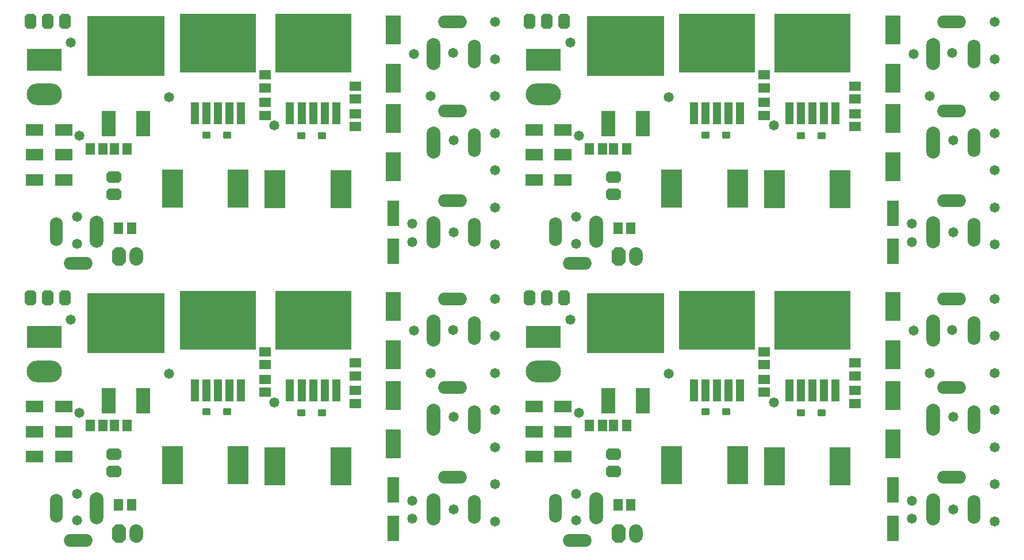
<source format=gbr>
%TF.GenerationSoftware,Altium Limited,Altium Designer,23.1.1 (15)*%
G04 Layer_Color=8388736*
%FSLAX45Y45*%
%MOMM*%
%TF.SameCoordinates,4CCFFED5-D059-4900-A68D-9618ACEA1AB5*%
%TF.FilePolarity,Negative*%
%TF.FileFunction,Soldermask,Top*%
%TF.Part,CustomerPanel*%
G01*
G75*
%TA.AperFunction,ConnectorPad*%
%ADD18R,11.43000X8.89000*%
%ADD19R,2.08000X3.81000*%
%TA.AperFunction,SMDPad,CuDef*%
%ADD44R,2.53320X1.76320*%
%ADD45R,1.65240X1.45240*%
G04:AMPARAMS|DCode=46|XSize=1.2032mm|YSize=1.0032mm|CornerRadius=0.2016mm|HoleSize=0mm|Usage=FLASHONLY|Rotation=180.000|XOffset=0mm|YOffset=0mm|HoleType=Round|Shape=RoundedRectangle|*
%AMROUNDEDRECTD46*
21,1,1.20320,0.60000,0,0,180.0*
21,1,0.80000,1.00320,0,0,180.0*
1,1,0.40320,-0.40000,0.30000*
1,1,0.40320,0.40000,0.30000*
1,1,0.40320,0.40000,-0.30000*
1,1,0.40320,-0.40000,-0.30000*
%
%ADD46ROUNDEDRECTD46*%
%ADD47R,1.45240X1.65240*%
%ADD48R,1.22319X3.28602*%
%ADD49R,11.20318X8.70318*%
%ADD50R,3.10320X5.60320*%
%ADD51R,2.20320X4.20320*%
%ADD52R,1.80320X3.70320*%
%TA.AperFunction,ComponentPad*%
%ADD53O,4.20319X1.90320*%
%ADD54O,2.00320X4.70319*%
%ADD55O,1.90320X4.20319*%
%ADD56O,2.00320X2.70320*%
G04:AMPARAMS|DCode=57|XSize=2.0032mm|YSize=2.7032mm|CornerRadius=0mm|HoleSize=0mm|Usage=FLASHONLY|Rotation=180.000|XOffset=0mm|YOffset=0mm|HoleType=Round|Shape=Octagon|*
%AMOCTAGOND57*
4,1,8,0.50080,-1.35160,-0.50080,-1.35160,-1.00160,-0.85080,-1.00160,0.85080,-0.50080,1.35160,0.50080,1.35160,1.00160,0.85080,1.00160,-0.85080,0.50080,-1.35160,0.0*
%
%ADD57OCTAGOND57*%

G04:AMPARAMS|DCode=58|XSize=2.2352mm|YSize=1.7272mm|CornerRadius=0mm|HoleSize=0mm|Usage=FLASHONLY|Rotation=90.000|XOffset=0mm|YOffset=0mm|HoleType=Round|Shape=Octagon|*
%AMOCTAGOND58*
4,1,8,0.43180,1.11760,-0.43180,1.11760,-0.86360,0.68580,-0.86360,-0.68580,-0.43180,-1.11760,0.43180,-1.11760,0.86360,-0.68580,0.86360,0.68580,0.43180,1.11760,0.0*
%
%ADD58OCTAGOND58*%

G04:AMPARAMS|DCode=59|XSize=2.2352mm|YSize=1.7272mm|CornerRadius=0mm|HoleSize=0mm|Usage=FLASHONLY|Rotation=180.000|XOffset=0mm|YOffset=0mm|HoleType=Round|Shape=Octagon|*
%AMOCTAGOND59*
4,1,8,-1.11760,0.43180,-1.11760,-0.43180,-0.68580,-0.86360,0.68580,-0.86360,1.11760,-0.43180,1.11760,0.43180,0.68580,0.86360,-0.68580,0.86360,-1.11760,0.43180,0.0*
%
%ADD59OCTAGOND59*%

%ADD60R,5.20320X3.20320*%
%ADD61O,5.20320X3.20320*%
%TA.AperFunction,ViaPad*%
%ADD62C,1.47320*%
D18*
X4368800Y7467600D02*
D03*
X11722100D02*
D03*
X4368800Y11544300D02*
D03*
X11722100D02*
D03*
D19*
X4622800Y6324600D02*
D03*
X4114800D02*
D03*
X11976100D02*
D03*
X11468100D02*
D03*
X4622800Y10401300D02*
D03*
X4114800D02*
D03*
X11976100D02*
D03*
X11468100D02*
D03*
D44*
X3024500Y6235700D02*
D03*
X3452500D02*
D03*
X3024500Y5499100D02*
D03*
X3452500D02*
D03*
X3024500Y5867400D02*
D03*
X3452500D02*
D03*
X10377800Y6235700D02*
D03*
X10805800D02*
D03*
X10377800Y5499100D02*
D03*
X10805800D02*
D03*
X10377800Y5867400D02*
D03*
X10805800D02*
D03*
X3024500Y10312400D02*
D03*
X3452500D02*
D03*
X3024500Y9575800D02*
D03*
X3452500D02*
D03*
X3024500Y9944100D02*
D03*
X3452500D02*
D03*
X10377800Y10312400D02*
D03*
X10805800D02*
D03*
X10377800Y9575800D02*
D03*
X10805800D02*
D03*
X10377800Y9944100D02*
D03*
X10805800D02*
D03*
D45*
X7746992Y6876808D02*
D03*
Y6686808D02*
D03*
X6413492Y7041908D02*
D03*
Y6851908D02*
D03*
Y6445492D02*
D03*
Y6635492D02*
D03*
X7746992Y6280392D02*
D03*
Y6470392D02*
D03*
X15100291Y6876808D02*
D03*
Y6686808D02*
D03*
X13766792Y7041908D02*
D03*
Y6851908D02*
D03*
Y6445492D02*
D03*
Y6635492D02*
D03*
X15100291Y6280392D02*
D03*
Y6470392D02*
D03*
X7746992Y10953508D02*
D03*
Y10763508D02*
D03*
X6413492Y11118608D02*
D03*
Y10928608D02*
D03*
Y10522192D02*
D03*
Y10712192D02*
D03*
X7746992Y10357092D02*
D03*
Y10547092D02*
D03*
X15100291Y10953508D02*
D03*
Y10763508D02*
D03*
X13766792Y11118608D02*
D03*
Y10928608D02*
D03*
Y10522192D02*
D03*
Y10712192D02*
D03*
X15100291Y10357092D02*
D03*
Y10547092D02*
D03*
D46*
X5549900Y6159500D02*
D03*
X5854700D02*
D03*
X6953701Y6146800D02*
D03*
X7258501D02*
D03*
X12903200Y6159500D02*
D03*
X13208000D02*
D03*
X14307001Y6146800D02*
D03*
X14611801D02*
D03*
X5549900Y10236200D02*
D03*
X5854700D02*
D03*
X6953701Y10223500D02*
D03*
X7258501D02*
D03*
X12903200Y10236200D02*
D03*
X13208000D02*
D03*
X14307001Y10223500D02*
D03*
X14611801D02*
D03*
D47*
X4451108Y4787908D02*
D03*
X4261108D02*
D03*
X4032008Y5956308D02*
D03*
X3842008D02*
D03*
X4197608D02*
D03*
X4387608D02*
D03*
X11804408Y4787908D02*
D03*
X11614408D02*
D03*
X11385308Y5956308D02*
D03*
X11195308D02*
D03*
X11550908D02*
D03*
X11740908D02*
D03*
X4451108Y8864608D02*
D03*
X4261108D02*
D03*
X4032008Y10033008D02*
D03*
X3842008D02*
D03*
X4197608D02*
D03*
X4387608D02*
D03*
X11804408Y8864608D02*
D03*
X11614408D02*
D03*
X11385308Y10033008D02*
D03*
X11195308D02*
D03*
X11550908D02*
D03*
X11740908D02*
D03*
D48*
X6784701Y6477319D02*
D03*
X6954700D02*
D03*
X7124700D02*
D03*
X7294700D02*
D03*
X7464699D02*
D03*
X5380900D02*
D03*
X5550899D02*
D03*
X5720899D02*
D03*
X5890899D02*
D03*
X6060898D02*
D03*
X14138000D02*
D03*
X14308000D02*
D03*
X14478000D02*
D03*
X14648000D02*
D03*
X14817999D02*
D03*
X12734200D02*
D03*
X12904199D02*
D03*
X13074199D02*
D03*
X13244199D02*
D03*
X13414198D02*
D03*
X6784701Y10554019D02*
D03*
X6954700D02*
D03*
X7124700D02*
D03*
X7294700D02*
D03*
X7464699D02*
D03*
X5380900D02*
D03*
X5550899D02*
D03*
X5720899D02*
D03*
X5890899D02*
D03*
X6060898D02*
D03*
X14138000D02*
D03*
X14308000D02*
D03*
X14478000D02*
D03*
X14648000D02*
D03*
X14817999D02*
D03*
X12734200D02*
D03*
X12904199D02*
D03*
X13074199D02*
D03*
X13244199D02*
D03*
X13414198D02*
D03*
D49*
X7124700Y7509301D02*
D03*
X5720899D02*
D03*
X14478000D02*
D03*
X13074199D02*
D03*
X7124700Y11586001D02*
D03*
X5720899D02*
D03*
X14478000D02*
D03*
X13074199D02*
D03*
D50*
X7533500Y5359400D02*
D03*
X6563500D02*
D03*
X5049800Y5372100D02*
D03*
X6019800D02*
D03*
X14886800Y5359400D02*
D03*
X13916800D02*
D03*
X12403100Y5372100D02*
D03*
X13373100D02*
D03*
X7533500Y9436100D02*
D03*
X6563500D02*
D03*
X5049800Y9448800D02*
D03*
X6019800D02*
D03*
X14886800Y9436100D02*
D03*
X13916800D02*
D03*
X12403100Y9448800D02*
D03*
X13373100D02*
D03*
D51*
X8305800Y6399797D02*
D03*
Y5689797D02*
D03*
Y7707897D02*
D03*
Y6997897D02*
D03*
X15659100Y6399797D02*
D03*
Y5689797D02*
D03*
Y7707897D02*
D03*
Y6997897D02*
D03*
X8305800Y10476497D02*
D03*
Y9766497D02*
D03*
Y11784597D02*
D03*
Y11074597D02*
D03*
X15659100Y10476497D02*
D03*
Y9766497D02*
D03*
Y11784597D02*
D03*
Y11074597D02*
D03*
D52*
X8305800Y5004400D02*
D03*
Y4444400D02*
D03*
X15659100Y5004400D02*
D03*
Y4444400D02*
D03*
X8305800Y9081100D02*
D03*
Y8521100D02*
D03*
X15659100Y9081100D02*
D03*
Y8521100D02*
D03*
D53*
X9174599Y7822897D02*
D03*
Y5193997D02*
D03*
Y6514797D02*
D03*
X3665101Y4267103D02*
D03*
X16527899Y7822897D02*
D03*
Y5193997D02*
D03*
Y6514797D02*
D03*
X11018401Y4267103D02*
D03*
X9174599Y11899597D02*
D03*
Y9270697D02*
D03*
Y10591497D02*
D03*
X3665101Y8343803D02*
D03*
X16527899Y11899597D02*
D03*
Y9270697D02*
D03*
Y10591497D02*
D03*
X11018401Y8343803D02*
D03*
D54*
X8899601Y7352897D02*
D03*
Y4723997D02*
D03*
Y6044797D02*
D03*
X3940099Y4737103D02*
D03*
X16252901Y7352897D02*
D03*
Y4723997D02*
D03*
Y6044797D02*
D03*
X11293399Y4737103D02*
D03*
X8899601Y11429597D02*
D03*
Y8800697D02*
D03*
Y10121497D02*
D03*
X3940099Y8813803D02*
D03*
X16252901Y11429597D02*
D03*
Y8800697D02*
D03*
Y10121497D02*
D03*
X11293399Y8813803D02*
D03*
D55*
X9499600Y7352900D02*
D03*
Y4724000D02*
D03*
Y6044800D02*
D03*
X3340100Y4737100D02*
D03*
X16852901Y7352900D02*
D03*
Y4724000D02*
D03*
Y6044800D02*
D03*
X10693400Y4737100D02*
D03*
X9499600Y11429600D02*
D03*
Y8800700D02*
D03*
Y10121500D02*
D03*
X3340100Y8813800D02*
D03*
X16852901Y11429600D02*
D03*
Y8800700D02*
D03*
Y10121500D02*
D03*
X10693400Y8813800D02*
D03*
D56*
X4521200Y4368800D02*
D03*
X11874500D02*
D03*
X4521200Y8445500D02*
D03*
X11874500D02*
D03*
D57*
X4267200Y4368800D02*
D03*
X11620500D02*
D03*
X4267200Y8445500D02*
D03*
X11620500D02*
D03*
D58*
X3467100Y7835900D02*
D03*
X2959100D02*
D03*
X3213100D02*
D03*
X10820400D02*
D03*
X10312400D02*
D03*
X10566400D02*
D03*
X3467100Y11912600D02*
D03*
X2959100D02*
D03*
X3213100D02*
D03*
X10820400D02*
D03*
X10312400D02*
D03*
X10566400D02*
D03*
D59*
X4191000Y5537200D02*
D03*
Y5283200D02*
D03*
X11544300Y5537200D02*
D03*
Y5283200D02*
D03*
X4191000Y9613900D02*
D03*
Y9359900D02*
D03*
X11544300Y9613900D02*
D03*
Y9359900D02*
D03*
D60*
X3162300Y7264400D02*
D03*
X10515600D02*
D03*
X3162300Y11341100D02*
D03*
X10515600D02*
D03*
D61*
X3162300Y6756400D02*
D03*
X10515600D02*
D03*
X3162300Y10833100D02*
D03*
X10515600D02*
D03*
D62*
X8610600Y7353300D02*
D03*
X9182100Y7366000D02*
D03*
X9194800Y6083300D02*
D03*
Y4724400D02*
D03*
X3556000Y7518400D02*
D03*
X3644900Y4559300D02*
D03*
Y4953000D02*
D03*
X4673600Y7442200D02*
D03*
X4051300Y7454900D02*
D03*
X6045200Y7493000D02*
D03*
X5435600Y7505700D02*
D03*
X7378700Y7556500D02*
D03*
X6870700Y7569200D02*
D03*
X9804400Y4546600D02*
D03*
Y5092700D02*
D03*
Y5638800D02*
D03*
Y6184900D02*
D03*
Y6731000D02*
D03*
Y7277100D02*
D03*
Y7823200D02*
D03*
X8585200Y4584700D02*
D03*
Y4851400D02*
D03*
X5003800Y6718300D02*
D03*
X3683000Y6146800D02*
D03*
X8851900Y6731000D02*
D03*
X6553200Y6299200D02*
D03*
X15963901Y7353300D02*
D03*
X16535400Y7366000D02*
D03*
X16548100Y6083300D02*
D03*
Y4724400D02*
D03*
X10909300Y7518400D02*
D03*
X10998200Y4559300D02*
D03*
Y4953000D02*
D03*
X12026900Y7442200D02*
D03*
X11404600Y7454900D02*
D03*
X13398500Y7493000D02*
D03*
X12788900Y7505700D02*
D03*
X14732001Y7556500D02*
D03*
X14224001Y7569200D02*
D03*
X17157700Y4546600D02*
D03*
Y5092700D02*
D03*
Y5638800D02*
D03*
Y6184900D02*
D03*
Y6731000D02*
D03*
Y7277100D02*
D03*
Y7823200D02*
D03*
X15938499Y4584700D02*
D03*
Y4851400D02*
D03*
X12357100Y6718300D02*
D03*
X11036300Y6146800D02*
D03*
X16205200Y6731000D02*
D03*
X13906500Y6299200D02*
D03*
X8610600Y11430000D02*
D03*
X9182100Y11442700D02*
D03*
X9194800Y10160000D02*
D03*
Y8801100D02*
D03*
X3556000Y11595100D02*
D03*
X3644900Y8636000D02*
D03*
Y9029700D02*
D03*
X4673600Y11518900D02*
D03*
X4051300Y11531600D02*
D03*
X6045200Y11569700D02*
D03*
X5435600Y11582400D02*
D03*
X7378700Y11633200D02*
D03*
X6870700Y11645900D02*
D03*
X9804400Y8623300D02*
D03*
Y9169400D02*
D03*
Y9715500D02*
D03*
Y10261600D02*
D03*
Y10807700D02*
D03*
Y11353800D02*
D03*
Y11899900D02*
D03*
X8585200Y8661400D02*
D03*
Y8928100D02*
D03*
X5003800Y10795000D02*
D03*
X3683000Y10223500D02*
D03*
X8851900Y10807700D02*
D03*
X6553200Y10375900D02*
D03*
X15963901Y11430000D02*
D03*
X16535400Y11442700D02*
D03*
X16548100Y10160000D02*
D03*
Y8801100D02*
D03*
X10909300Y11595100D02*
D03*
X10998200Y8636000D02*
D03*
Y9029700D02*
D03*
X12026900Y11518900D02*
D03*
X11404600Y11531600D02*
D03*
X13398500Y11569700D02*
D03*
X12788900Y11582400D02*
D03*
X14732001Y11633200D02*
D03*
X14224001Y11645900D02*
D03*
X17157700Y8623300D02*
D03*
Y9169400D02*
D03*
Y9715500D02*
D03*
Y10261600D02*
D03*
Y10807700D02*
D03*
Y11353800D02*
D03*
Y11899900D02*
D03*
X15938499Y8661400D02*
D03*
Y8928100D02*
D03*
X12357100Y10795000D02*
D03*
X11036300Y10223500D02*
D03*
X16205200Y10807700D02*
D03*
X13906500Y10375900D02*
D03*
%TF.MD5,b90f2de5650a233916274809651ac218*%
M02*

</source>
